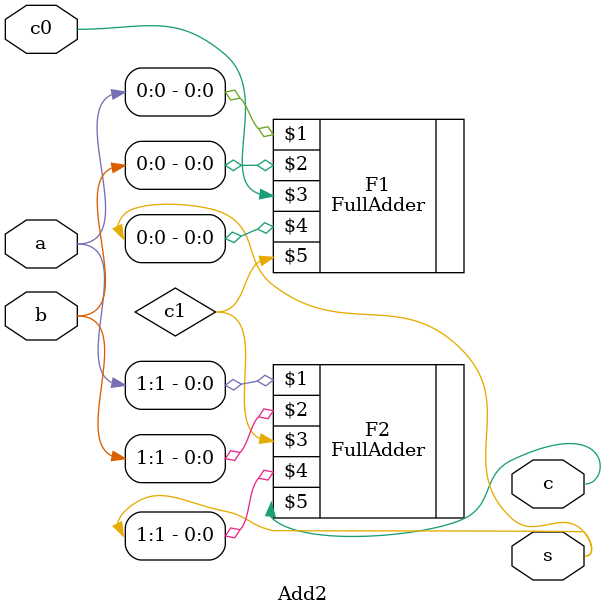
<source format=v>
module Add2(
	input [1:0]a,
	input [1:0]b,
	input c0,
	output [1:0]s,
	output c
);
//2 full adders used to make 2 bit adder.
//carry of each full adder is passed as input to the next full adder

wire c1;
FullAdder F1(a[0],b[0],c0,s[0],c1);
FullAdder F2(a[1],b[1],c1,s[1],c);

endmodule

</source>
